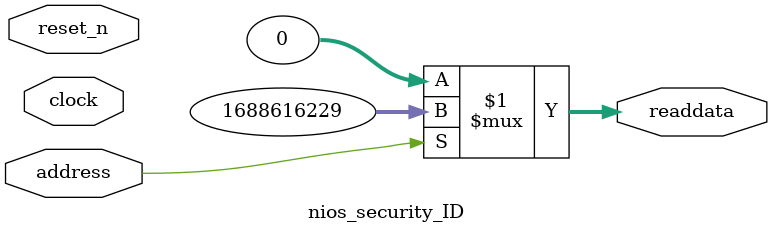
<source format=v>



// synthesis translate_off
`timescale 1ns / 1ps
// synthesis translate_on

// turn off superfluous verilog processor warnings 
// altera message_level Level1 
// altera message_off 10034 10035 10036 10037 10230 10240 10030 

module nios_security_ID (
               // inputs:
                address,
                clock,
                reset_n,

               // outputs:
                readdata
             )
;

  output  [ 31: 0] readdata;
  input            address;
  input            clock;
  input            reset_n;

  wire    [ 31: 0] readdata;
  //control_slave, which is an e_avalon_slave
  assign readdata = address ? 1688616229 : 0;

endmodule



</source>
